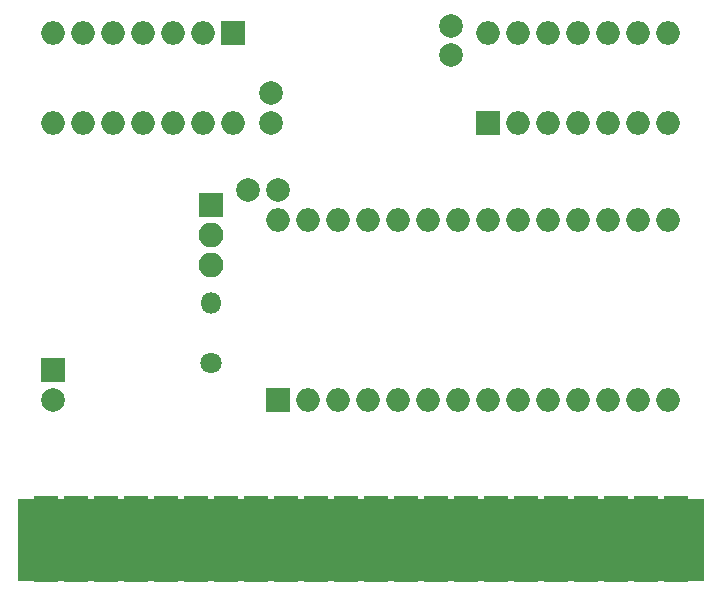
<source format=gbr>
G04 #@! TF.GenerationSoftware,KiCad,Pcbnew,(5.1.2)-1*
G04 #@! TF.CreationDate,2019-11-02T02:49:23-04:00*
G04 #@! TF.ProjectId,superzaxxonduo,73757065-727a-4617-9878-6f6e64756f2e,rev?*
G04 #@! TF.SameCoordinates,Original*
G04 #@! TF.FileFunction,Soldermask,Bot*
G04 #@! TF.FilePolarity,Negative*
%FSLAX46Y46*%
G04 Gerber Fmt 4.6, Leading zero omitted, Abs format (unit mm)*
G04 Created by KiCad (PCBNEW (5.1.2)-1) date 2019-11-02 02:49:23*
%MOMM*%
%LPD*%
G04 APERTURE LIST*
%ADD10C,0.100000*%
%ADD11R,2.150000X7.400000*%
%ADD12C,2.000000*%
%ADD13R,2.000000X2.000000*%
%ADD14R,2.100000X2.100000*%
%ADD15O,2.100000X2.100000*%
%ADD16C,1.800000*%
%ADD17O,1.800000X1.800000*%
%ADD18O,2.000000X2.000000*%
G04 APERTURE END LIST*
D10*
G36*
X78930500Y-69913500D02*
G01*
X78930500Y-76835000D01*
X136969500Y-76835000D01*
X136969500Y-69913500D01*
X78930500Y-69913500D01*
G37*
X78930500Y-69913500D02*
X78930500Y-76835000D01*
X136969500Y-76835000D01*
X136969500Y-69913500D01*
X78930500Y-69913500D01*
D11*
X99060000Y-73342500D03*
X104140000Y-73342500D03*
X96520000Y-73342500D03*
X101600000Y-73342500D03*
X93980000Y-73342500D03*
X81280000Y-73342500D03*
X127000000Y-73342500D03*
X124460000Y-73342500D03*
X132080000Y-73342500D03*
X129540000Y-73342500D03*
X134620000Y-73342500D03*
X111760000Y-73342500D03*
X114300000Y-73342500D03*
X109220000Y-73342500D03*
X121920000Y-73342500D03*
X119380000Y-73342500D03*
X106680000Y-73342500D03*
X116840000Y-73342500D03*
X86360000Y-73342500D03*
X83820000Y-73342500D03*
X88900000Y-73342500D03*
X91440000Y-73342500D03*
D12*
X100330000Y-35600000D03*
X100330000Y-38100000D03*
X115570000Y-32385000D03*
X115570000Y-29885000D03*
X100965000Y-43815000D03*
X98465000Y-43815000D03*
D13*
X81915000Y-59055000D03*
D12*
X81915000Y-61555000D03*
D14*
X95250000Y-45085000D03*
D15*
X95250000Y-47625000D03*
X95250000Y-50165000D03*
D16*
X95250000Y-58420000D03*
D17*
X95250000Y-53340000D03*
D13*
X97155000Y-30480000D03*
D18*
X81915000Y-38100000D03*
X94615000Y-30480000D03*
X84455000Y-38100000D03*
X92075000Y-30480000D03*
X86995000Y-38100000D03*
X89535000Y-30480000D03*
X89535000Y-38100000D03*
X86995000Y-30480000D03*
X92075000Y-38100000D03*
X84455000Y-30480000D03*
X94615000Y-38100000D03*
X81915000Y-30480000D03*
X97155000Y-38100000D03*
X118745000Y-30480000D03*
X133985000Y-38100000D03*
X121285000Y-30480000D03*
X131445000Y-38100000D03*
X123825000Y-30480000D03*
X128905000Y-38100000D03*
X126365000Y-30480000D03*
X126365000Y-38100000D03*
X128905000Y-30480000D03*
X123825000Y-38100000D03*
X131445000Y-30480000D03*
X121285000Y-38100000D03*
X133985000Y-30480000D03*
D13*
X118745000Y-38100000D03*
X100965000Y-61595000D03*
D18*
X133985000Y-46355000D03*
X103505000Y-61595000D03*
X131445000Y-46355000D03*
X106045000Y-61595000D03*
X128905000Y-46355000D03*
X108585000Y-61595000D03*
X126365000Y-46355000D03*
X111125000Y-61595000D03*
X123825000Y-46355000D03*
X113665000Y-61595000D03*
X121285000Y-46355000D03*
X116205000Y-61595000D03*
X118745000Y-46355000D03*
X118745000Y-61595000D03*
X116205000Y-46355000D03*
X121285000Y-61595000D03*
X113665000Y-46355000D03*
X123825000Y-61595000D03*
X111125000Y-46355000D03*
X126365000Y-61595000D03*
X108585000Y-46355000D03*
X128905000Y-61595000D03*
X106045000Y-46355000D03*
X131445000Y-61595000D03*
X103505000Y-46355000D03*
X133985000Y-61595000D03*
X100965000Y-46355000D03*
M02*

</source>
